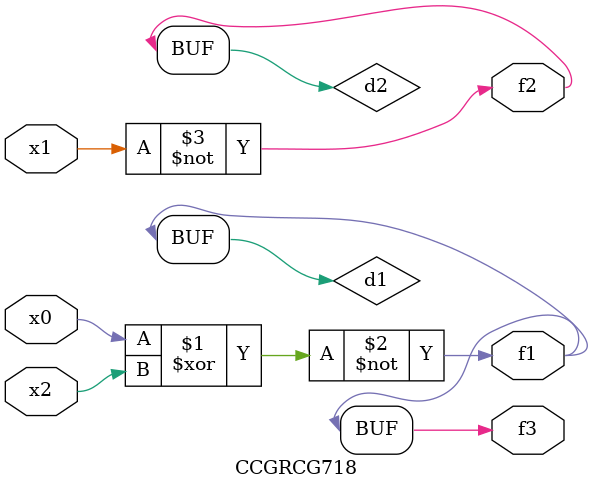
<source format=v>
module CCGRCG718(
	input x0, x1, x2,
	output f1, f2, f3
);

	wire d1, d2, d3;

	xnor (d1, x0, x2);
	nand (d2, x1);
	nor (d3, x1, x2);
	assign f1 = d1;
	assign f2 = d2;
	assign f3 = d1;
endmodule

</source>
